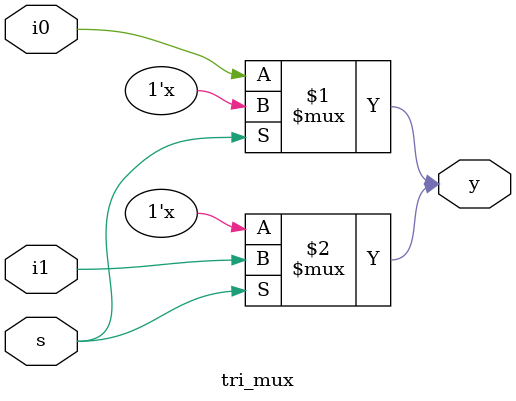
<source format=v>
/*16.Tristate 2:1 MUX
Use bufif0 and bufif1 to design and test.*/
module tri_mux(i0,i1,s,y);
input i0,i1,s;
output y;
bufif0 (y,i0,s);
bufif1 (y,i1,s);
endmodule

</source>
